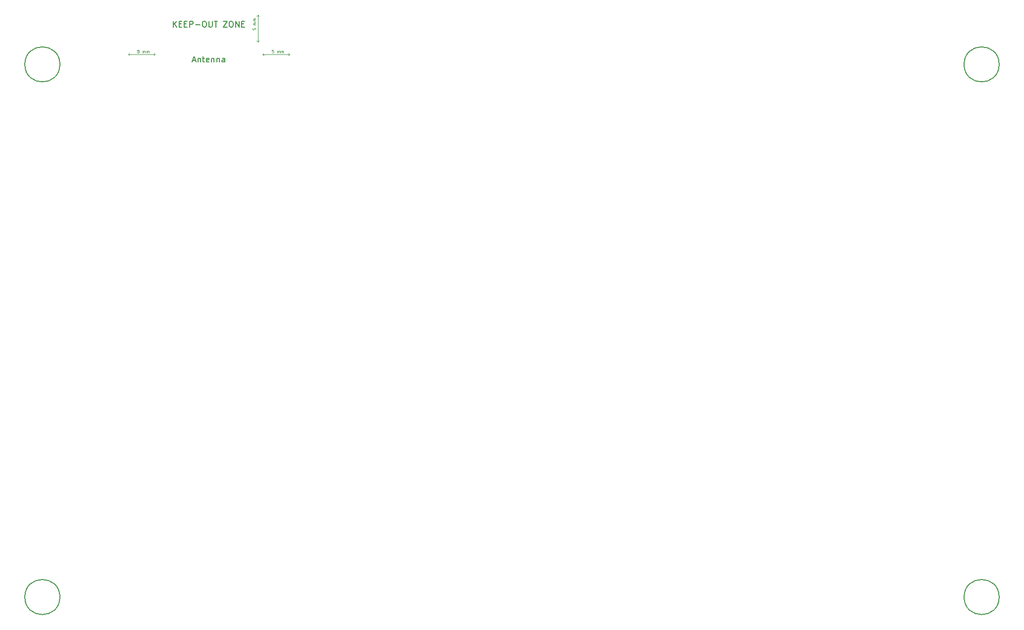
<source format=gbr>
%TF.GenerationSoftware,KiCad,Pcbnew,8.0.1-8.0.1-1~ubuntu22.04.1*%
%TF.CreationDate,2024-04-27T07:34:54-05:00*%
%TF.ProjectId,Universal Control Box,556e6976-6572-4736-916c-20436f6e7472,rev?*%
%TF.SameCoordinates,Original*%
%TF.FileFunction,Other,Comment*%
%FSLAX46Y46*%
G04 Gerber Fmt 4.6, Leading zero omitted, Abs format (unit mm)*
G04 Created by KiCad (PCBNEW 8.0.1-8.0.1-1~ubuntu22.04.1) date 2024-04-27 07:34:54*
%MOMM*%
%LPD*%
G01*
G04 APERTURE LIST*
%ADD10C,0.100000*%
%ADD11C,0.150000*%
G04 APERTURE END LIST*
D10*
X122476109Y-24513095D02*
X122476109Y-24751190D01*
X122476109Y-24751190D02*
X122714204Y-24774999D01*
X122714204Y-24774999D02*
X122690395Y-24751190D01*
X122690395Y-24751190D02*
X122666585Y-24703571D01*
X122666585Y-24703571D02*
X122666585Y-24584523D01*
X122666585Y-24584523D02*
X122690395Y-24536904D01*
X122690395Y-24536904D02*
X122714204Y-24513095D01*
X122714204Y-24513095D02*
X122761823Y-24489285D01*
X122761823Y-24489285D02*
X122880871Y-24489285D01*
X122880871Y-24489285D02*
X122928490Y-24513095D01*
X122928490Y-24513095D02*
X122952300Y-24536904D01*
X122952300Y-24536904D02*
X122976109Y-24584523D01*
X122976109Y-24584523D02*
X122976109Y-24703571D01*
X122976109Y-24703571D02*
X122952300Y-24751190D01*
X122952300Y-24751190D02*
X122928490Y-24774999D01*
X122976109Y-23894048D02*
X122642776Y-23894048D01*
X122690395Y-23894048D02*
X122666585Y-23870238D01*
X122666585Y-23870238D02*
X122642776Y-23822619D01*
X122642776Y-23822619D02*
X122642776Y-23751191D01*
X122642776Y-23751191D02*
X122666585Y-23703572D01*
X122666585Y-23703572D02*
X122714204Y-23679762D01*
X122714204Y-23679762D02*
X122976109Y-23679762D01*
X122714204Y-23679762D02*
X122666585Y-23655953D01*
X122666585Y-23655953D02*
X122642776Y-23608334D01*
X122642776Y-23608334D02*
X122642776Y-23536905D01*
X122642776Y-23536905D02*
X122666585Y-23489286D01*
X122666585Y-23489286D02*
X122714204Y-23465476D01*
X122714204Y-23465476D02*
X122976109Y-23465476D01*
X122976109Y-23227381D02*
X122642776Y-23227381D01*
X122690395Y-23227381D02*
X122666585Y-23203571D01*
X122666585Y-23203571D02*
X122642776Y-23155952D01*
X122642776Y-23155952D02*
X122642776Y-23084524D01*
X122642776Y-23084524D02*
X122666585Y-23036905D01*
X122666585Y-23036905D02*
X122714204Y-23013095D01*
X122714204Y-23013095D02*
X122976109Y-23013095D01*
X122714204Y-23013095D02*
X122666585Y-22989286D01*
X122666585Y-22989286D02*
X122642776Y-22941667D01*
X122642776Y-22941667D02*
X122642776Y-22870238D01*
X122642776Y-22870238D02*
X122666585Y-22822619D01*
X122666585Y-22822619D02*
X122714204Y-22798809D01*
X122714204Y-22798809D02*
X122976109Y-22798809D01*
X126011904Y-28201109D02*
X125773809Y-28201109D01*
X125773809Y-28201109D02*
X125750000Y-28439204D01*
X125750000Y-28439204D02*
X125773809Y-28415395D01*
X125773809Y-28415395D02*
X125821428Y-28391585D01*
X125821428Y-28391585D02*
X125940476Y-28391585D01*
X125940476Y-28391585D02*
X125988095Y-28415395D01*
X125988095Y-28415395D02*
X126011904Y-28439204D01*
X126011904Y-28439204D02*
X126035714Y-28486823D01*
X126035714Y-28486823D02*
X126035714Y-28605871D01*
X126035714Y-28605871D02*
X126011904Y-28653490D01*
X126011904Y-28653490D02*
X125988095Y-28677300D01*
X125988095Y-28677300D02*
X125940476Y-28701109D01*
X125940476Y-28701109D02*
X125821428Y-28701109D01*
X125821428Y-28701109D02*
X125773809Y-28677300D01*
X125773809Y-28677300D02*
X125750000Y-28653490D01*
X126630951Y-28701109D02*
X126630951Y-28367776D01*
X126630951Y-28415395D02*
X126654761Y-28391585D01*
X126654761Y-28391585D02*
X126702380Y-28367776D01*
X126702380Y-28367776D02*
X126773808Y-28367776D01*
X126773808Y-28367776D02*
X126821427Y-28391585D01*
X126821427Y-28391585D02*
X126845237Y-28439204D01*
X126845237Y-28439204D02*
X126845237Y-28701109D01*
X126845237Y-28439204D02*
X126869046Y-28391585D01*
X126869046Y-28391585D02*
X126916665Y-28367776D01*
X126916665Y-28367776D02*
X126988094Y-28367776D01*
X126988094Y-28367776D02*
X127035713Y-28391585D01*
X127035713Y-28391585D02*
X127059523Y-28439204D01*
X127059523Y-28439204D02*
X127059523Y-28701109D01*
X127297618Y-28701109D02*
X127297618Y-28367776D01*
X127297618Y-28415395D02*
X127321428Y-28391585D01*
X127321428Y-28391585D02*
X127369047Y-28367776D01*
X127369047Y-28367776D02*
X127440475Y-28367776D01*
X127440475Y-28367776D02*
X127488094Y-28391585D01*
X127488094Y-28391585D02*
X127511904Y-28439204D01*
X127511904Y-28439204D02*
X127511904Y-28701109D01*
X127511904Y-28439204D02*
X127535713Y-28391585D01*
X127535713Y-28391585D02*
X127583332Y-28367776D01*
X127583332Y-28367776D02*
X127654761Y-28367776D01*
X127654761Y-28367776D02*
X127702380Y-28391585D01*
X127702380Y-28391585D02*
X127726190Y-28439204D01*
X127726190Y-28439204D02*
X127726190Y-28701109D01*
D11*
X112188095Y-30019104D02*
X112664285Y-30019104D01*
X112092857Y-30304819D02*
X112426190Y-29304819D01*
X112426190Y-29304819D02*
X112759523Y-30304819D01*
X113092857Y-29638152D02*
X113092857Y-30304819D01*
X113092857Y-29733390D02*
X113140476Y-29685771D01*
X113140476Y-29685771D02*
X113235714Y-29638152D01*
X113235714Y-29638152D02*
X113378571Y-29638152D01*
X113378571Y-29638152D02*
X113473809Y-29685771D01*
X113473809Y-29685771D02*
X113521428Y-29781009D01*
X113521428Y-29781009D02*
X113521428Y-30304819D01*
X113854762Y-29638152D02*
X114235714Y-29638152D01*
X113997619Y-29304819D02*
X113997619Y-30161961D01*
X113997619Y-30161961D02*
X114045238Y-30257200D01*
X114045238Y-30257200D02*
X114140476Y-30304819D01*
X114140476Y-30304819D02*
X114235714Y-30304819D01*
X114950000Y-30257200D02*
X114854762Y-30304819D01*
X114854762Y-30304819D02*
X114664286Y-30304819D01*
X114664286Y-30304819D02*
X114569048Y-30257200D01*
X114569048Y-30257200D02*
X114521429Y-30161961D01*
X114521429Y-30161961D02*
X114521429Y-29781009D01*
X114521429Y-29781009D02*
X114569048Y-29685771D01*
X114569048Y-29685771D02*
X114664286Y-29638152D01*
X114664286Y-29638152D02*
X114854762Y-29638152D01*
X114854762Y-29638152D02*
X114950000Y-29685771D01*
X114950000Y-29685771D02*
X114997619Y-29781009D01*
X114997619Y-29781009D02*
X114997619Y-29876247D01*
X114997619Y-29876247D02*
X114521429Y-29971485D01*
X115426191Y-29638152D02*
X115426191Y-30304819D01*
X115426191Y-29733390D02*
X115473810Y-29685771D01*
X115473810Y-29685771D02*
X115569048Y-29638152D01*
X115569048Y-29638152D02*
X115711905Y-29638152D01*
X115711905Y-29638152D02*
X115807143Y-29685771D01*
X115807143Y-29685771D02*
X115854762Y-29781009D01*
X115854762Y-29781009D02*
X115854762Y-30304819D01*
X116330953Y-29638152D02*
X116330953Y-30304819D01*
X116330953Y-29733390D02*
X116378572Y-29685771D01*
X116378572Y-29685771D02*
X116473810Y-29638152D01*
X116473810Y-29638152D02*
X116616667Y-29638152D01*
X116616667Y-29638152D02*
X116711905Y-29685771D01*
X116711905Y-29685771D02*
X116759524Y-29781009D01*
X116759524Y-29781009D02*
X116759524Y-30304819D01*
X117664286Y-30304819D02*
X117664286Y-29781009D01*
X117664286Y-29781009D02*
X117616667Y-29685771D01*
X117616667Y-29685771D02*
X117521429Y-29638152D01*
X117521429Y-29638152D02*
X117330953Y-29638152D01*
X117330953Y-29638152D02*
X117235715Y-29685771D01*
X117664286Y-30257200D02*
X117569048Y-30304819D01*
X117569048Y-30304819D02*
X117330953Y-30304819D01*
X117330953Y-30304819D02*
X117235715Y-30257200D01*
X117235715Y-30257200D02*
X117188096Y-30161961D01*
X117188096Y-30161961D02*
X117188096Y-30066723D01*
X117188096Y-30066723D02*
X117235715Y-29971485D01*
X117235715Y-29971485D02*
X117330953Y-29923866D01*
X117330953Y-29923866D02*
X117569048Y-29923866D01*
X117569048Y-29923866D02*
X117664286Y-29876247D01*
D10*
X103011904Y-28201109D02*
X102773809Y-28201109D01*
X102773809Y-28201109D02*
X102750000Y-28439204D01*
X102750000Y-28439204D02*
X102773809Y-28415395D01*
X102773809Y-28415395D02*
X102821428Y-28391585D01*
X102821428Y-28391585D02*
X102940476Y-28391585D01*
X102940476Y-28391585D02*
X102988095Y-28415395D01*
X102988095Y-28415395D02*
X103011904Y-28439204D01*
X103011904Y-28439204D02*
X103035714Y-28486823D01*
X103035714Y-28486823D02*
X103035714Y-28605871D01*
X103035714Y-28605871D02*
X103011904Y-28653490D01*
X103011904Y-28653490D02*
X102988095Y-28677300D01*
X102988095Y-28677300D02*
X102940476Y-28701109D01*
X102940476Y-28701109D02*
X102821428Y-28701109D01*
X102821428Y-28701109D02*
X102773809Y-28677300D01*
X102773809Y-28677300D02*
X102750000Y-28653490D01*
X103630951Y-28701109D02*
X103630951Y-28367776D01*
X103630951Y-28415395D02*
X103654761Y-28391585D01*
X103654761Y-28391585D02*
X103702380Y-28367776D01*
X103702380Y-28367776D02*
X103773808Y-28367776D01*
X103773808Y-28367776D02*
X103821427Y-28391585D01*
X103821427Y-28391585D02*
X103845237Y-28439204D01*
X103845237Y-28439204D02*
X103845237Y-28701109D01*
X103845237Y-28439204D02*
X103869046Y-28391585D01*
X103869046Y-28391585D02*
X103916665Y-28367776D01*
X103916665Y-28367776D02*
X103988094Y-28367776D01*
X103988094Y-28367776D02*
X104035713Y-28391585D01*
X104035713Y-28391585D02*
X104059523Y-28439204D01*
X104059523Y-28439204D02*
X104059523Y-28701109D01*
X104297618Y-28701109D02*
X104297618Y-28367776D01*
X104297618Y-28415395D02*
X104321428Y-28391585D01*
X104321428Y-28391585D02*
X104369047Y-28367776D01*
X104369047Y-28367776D02*
X104440475Y-28367776D01*
X104440475Y-28367776D02*
X104488094Y-28391585D01*
X104488094Y-28391585D02*
X104511904Y-28439204D01*
X104511904Y-28439204D02*
X104511904Y-28701109D01*
X104511904Y-28439204D02*
X104535713Y-28391585D01*
X104535713Y-28391585D02*
X104583332Y-28367776D01*
X104583332Y-28367776D02*
X104654761Y-28367776D01*
X104654761Y-28367776D02*
X104702380Y-28391585D01*
X104702380Y-28391585D02*
X104726190Y-28439204D01*
X104726190Y-28439204D02*
X104726190Y-28701109D01*
D11*
X108878571Y-24304819D02*
X108878571Y-23304819D01*
X109449999Y-24304819D02*
X109021428Y-23733390D01*
X109449999Y-23304819D02*
X108878571Y-23876247D01*
X109878571Y-23781009D02*
X110211904Y-23781009D01*
X110354761Y-24304819D02*
X109878571Y-24304819D01*
X109878571Y-24304819D02*
X109878571Y-23304819D01*
X109878571Y-23304819D02*
X110354761Y-23304819D01*
X110783333Y-23781009D02*
X111116666Y-23781009D01*
X111259523Y-24304819D02*
X110783333Y-24304819D01*
X110783333Y-24304819D02*
X110783333Y-23304819D01*
X110783333Y-23304819D02*
X111259523Y-23304819D01*
X111688095Y-24304819D02*
X111688095Y-23304819D01*
X111688095Y-23304819D02*
X112069047Y-23304819D01*
X112069047Y-23304819D02*
X112164285Y-23352438D01*
X112164285Y-23352438D02*
X112211904Y-23400057D01*
X112211904Y-23400057D02*
X112259523Y-23495295D01*
X112259523Y-23495295D02*
X112259523Y-23638152D01*
X112259523Y-23638152D02*
X112211904Y-23733390D01*
X112211904Y-23733390D02*
X112164285Y-23781009D01*
X112164285Y-23781009D02*
X112069047Y-23828628D01*
X112069047Y-23828628D02*
X111688095Y-23828628D01*
X112688095Y-23923866D02*
X113450000Y-23923866D01*
X114116666Y-23304819D02*
X114307142Y-23304819D01*
X114307142Y-23304819D02*
X114402380Y-23352438D01*
X114402380Y-23352438D02*
X114497618Y-23447676D01*
X114497618Y-23447676D02*
X114545237Y-23638152D01*
X114545237Y-23638152D02*
X114545237Y-23971485D01*
X114545237Y-23971485D02*
X114497618Y-24161961D01*
X114497618Y-24161961D02*
X114402380Y-24257200D01*
X114402380Y-24257200D02*
X114307142Y-24304819D01*
X114307142Y-24304819D02*
X114116666Y-24304819D01*
X114116666Y-24304819D02*
X114021428Y-24257200D01*
X114021428Y-24257200D02*
X113926190Y-24161961D01*
X113926190Y-24161961D02*
X113878571Y-23971485D01*
X113878571Y-23971485D02*
X113878571Y-23638152D01*
X113878571Y-23638152D02*
X113926190Y-23447676D01*
X113926190Y-23447676D02*
X114021428Y-23352438D01*
X114021428Y-23352438D02*
X114116666Y-23304819D01*
X114973809Y-23304819D02*
X114973809Y-24114342D01*
X114973809Y-24114342D02*
X115021428Y-24209580D01*
X115021428Y-24209580D02*
X115069047Y-24257200D01*
X115069047Y-24257200D02*
X115164285Y-24304819D01*
X115164285Y-24304819D02*
X115354761Y-24304819D01*
X115354761Y-24304819D02*
X115449999Y-24257200D01*
X115449999Y-24257200D02*
X115497618Y-24209580D01*
X115497618Y-24209580D02*
X115545237Y-24114342D01*
X115545237Y-24114342D02*
X115545237Y-23304819D01*
X115878571Y-23304819D02*
X116449999Y-23304819D01*
X116164285Y-24304819D02*
X116164285Y-23304819D01*
X117450000Y-23304819D02*
X118116666Y-23304819D01*
X118116666Y-23304819D02*
X117450000Y-24304819D01*
X117450000Y-24304819D02*
X118116666Y-24304819D01*
X118688095Y-23304819D02*
X118878571Y-23304819D01*
X118878571Y-23304819D02*
X118973809Y-23352438D01*
X118973809Y-23352438D02*
X119069047Y-23447676D01*
X119069047Y-23447676D02*
X119116666Y-23638152D01*
X119116666Y-23638152D02*
X119116666Y-23971485D01*
X119116666Y-23971485D02*
X119069047Y-24161961D01*
X119069047Y-24161961D02*
X118973809Y-24257200D01*
X118973809Y-24257200D02*
X118878571Y-24304819D01*
X118878571Y-24304819D02*
X118688095Y-24304819D01*
X118688095Y-24304819D02*
X118592857Y-24257200D01*
X118592857Y-24257200D02*
X118497619Y-24161961D01*
X118497619Y-24161961D02*
X118450000Y-23971485D01*
X118450000Y-23971485D02*
X118450000Y-23638152D01*
X118450000Y-23638152D02*
X118497619Y-23447676D01*
X118497619Y-23447676D02*
X118592857Y-23352438D01*
X118592857Y-23352438D02*
X118688095Y-23304819D01*
X119545238Y-24304819D02*
X119545238Y-23304819D01*
X119545238Y-23304819D02*
X120116666Y-24304819D01*
X120116666Y-24304819D02*
X120116666Y-23304819D01*
X120592857Y-23781009D02*
X120926190Y-23781009D01*
X121069047Y-24304819D02*
X120592857Y-24304819D01*
X120592857Y-24304819D02*
X120592857Y-23304819D01*
X120592857Y-23304819D02*
X121069047Y-23304819D01*
D10*
%TO.C,U101*%
X101150000Y-28975000D02*
X101350000Y-28775000D01*
X101150000Y-28975000D02*
X101350000Y-29175000D01*
X101150000Y-28975000D02*
X105750000Y-28975000D01*
X105750000Y-28975000D02*
X105550000Y-28775000D01*
X105750000Y-28975000D02*
X105550000Y-29175000D01*
X123350000Y-22250000D02*
X123150000Y-22450000D01*
X123350000Y-22250000D02*
X123550000Y-22450000D01*
X123350000Y-26850000D02*
X123150000Y-26650000D01*
X123350000Y-26850000D02*
X123350000Y-22250000D01*
X123350000Y-26850000D02*
X123550000Y-26650000D01*
X124150000Y-28975000D02*
X124350000Y-28775000D01*
X124150000Y-28975000D02*
X124350000Y-29175000D01*
X124150000Y-28975000D02*
X128750000Y-28975000D01*
X128750000Y-28975000D02*
X128550000Y-28775000D01*
X128750000Y-28975000D02*
X128550000Y-29175000D01*
D11*
%TO.C,H103*%
X89500000Y-121900000D02*
G75*
G02*
X83500000Y-121900000I-3000000J0D01*
G01*
X83500000Y-121900000D02*
G75*
G02*
X89500000Y-121900000I3000000J0D01*
G01*
%TO.C,H104*%
X250100000Y-121900000D02*
G75*
G02*
X244100000Y-121900000I-3000000J0D01*
G01*
X244100000Y-121900000D02*
G75*
G02*
X250100000Y-121900000I3000000J0D01*
G01*
%TO.C,H101*%
X89500000Y-30700000D02*
G75*
G02*
X83500000Y-30700000I-3000000J0D01*
G01*
X83500000Y-30700000D02*
G75*
G02*
X89500000Y-30700000I3000000J0D01*
G01*
%TO.C,H102*%
X250100000Y-30700000D02*
G75*
G02*
X244100000Y-30700000I-3000000J0D01*
G01*
X244100000Y-30700000D02*
G75*
G02*
X250100000Y-30700000I3000000J0D01*
G01*
%TD*%
M02*

</source>
